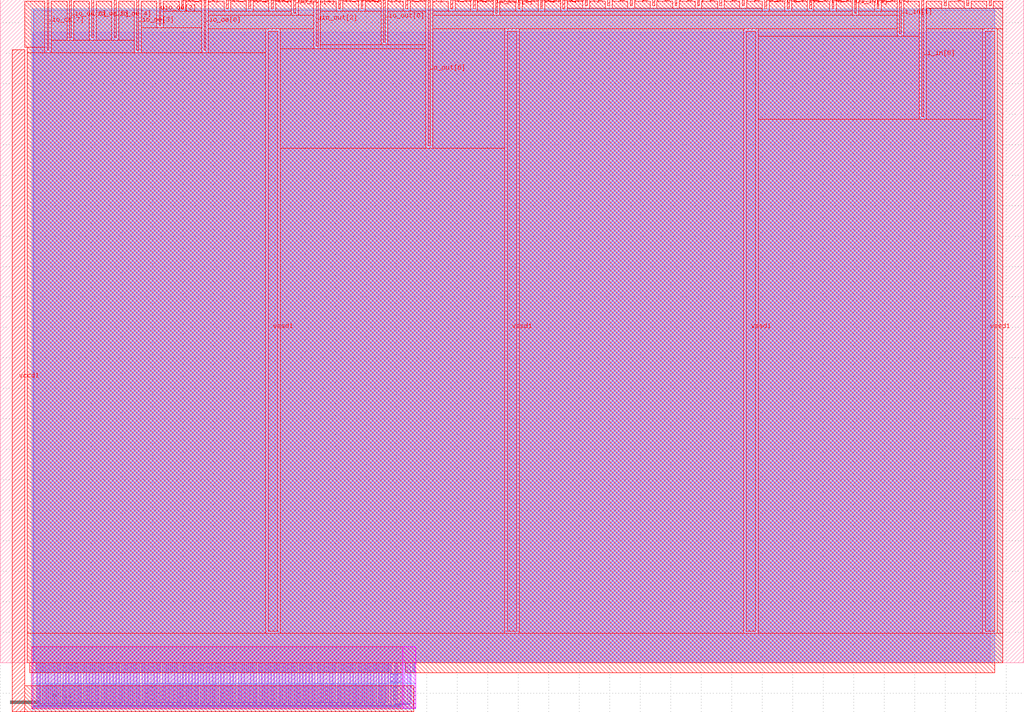
<source format=lef>
VERSION 5.7 ;
  NOWIREEXTENSIONATPIN ON ;
  DIVIDERCHAR "/" ;
  BUSBITCHARS "[]" ;
MACRO tt_um_ringosc_cnt_pfet
  CLASS BLOCK ;
  FOREIGN tt_um_ringosc_cnt_pfet ;
  ORIGIN 0.000 0.000 ;
  SIZE 167.900 BY 108.800 ;
  PIN clk
    DIRECTION INPUT ;
    USE SIGNAL ;
    PORT
      LAYER met4 ;
        RECT 158.550 107.800 158.850 108.800 ;
    END
  END clk
  PIN ena
    DIRECTION INPUT ;
    USE SIGNAL ;
    PORT
      LAYER met4 ;
        RECT 162.230 107.800 162.530 108.800 ;
    END
  END ena
  PIN rst_n
    DIRECTION INPUT ;
    USE SIGNAL ;
    PORT
      LAYER met4 ;
        RECT 154.870 107.800 155.170 108.800 ;
    END
  END rst_n
  PIN ui_in[0]
    DIRECTION INPUT ;
    USE SIGNAL ;
    PORT
      LAYER met4 ;
        RECT 151.190 89.580 151.490 108.800 ;
    END
  END ui_in[0]
  PIN ui_in[1]
    DIRECTION INPUT ;
    USE SIGNAL ;
    PORT
      LAYER met4 ;
        RECT 147.510 103.180 147.810 108.800 ;
    END
  END ui_in[1]
  PIN ui_in[2]
    DIRECTION INPUT ;
    USE SIGNAL ;
    PORT
      LAYER met4 ;
        RECT 143.830 107.260 144.130 108.800 ;
    END
  END ui_in[2]
  PIN ui_in[3]
    DIRECTION INPUT ;
    USE SIGNAL ;
    PORT
      LAYER met4 ;
        RECT 140.150 106.580 140.450 108.800 ;
    END
  END ui_in[3]
  PIN ui_in[4]
    DIRECTION INPUT ;
    USE SIGNAL ;
    PORT
      LAYER met4 ;
        RECT 136.470 107.260 136.770 108.800 ;
    END
  END ui_in[4]
  PIN ui_in[5]
    DIRECTION INPUT ;
    USE SIGNAL ;
    PORT
      LAYER met4 ;
        RECT 132.790 107.260 133.090 108.800 ;
    END
  END ui_in[5]
  PIN ui_in[6]
    DIRECTION INPUT ;
    USE SIGNAL ;
    PORT
      LAYER met4 ;
        RECT 129.110 107.260 129.410 108.800 ;
    END
  END ui_in[6]
  PIN ui_in[7]
    DIRECTION INPUT ;
    USE SIGNAL ;
    PORT
      LAYER met4 ;
        RECT 125.430 107.260 125.730 108.800 ;
    END
  END ui_in[7]
  PIN uio_in[0]
    DIRECTION INPUT ;
    USE SIGNAL ;
    PORT
      LAYER met4 ;
        RECT 121.750 107.800 122.050 108.800 ;
    END
  END uio_in[0]
  PIN uio_in[1]
    DIRECTION INPUT ;
    USE SIGNAL ;
    PORT
      LAYER met4 ;
        RECT 118.070 107.800 118.370 108.800 ;
    END
  END uio_in[1]
  PIN uio_in[2]
    DIRECTION INPUT ;
    USE SIGNAL ;
    PORT
      LAYER met4 ;
        RECT 114.390 107.800 114.690 108.800 ;
    END
  END uio_in[2]
  PIN uio_in[3]
    DIRECTION INPUT ;
    USE SIGNAL ;
    PORT
      LAYER met4 ;
        RECT 110.710 107.800 111.010 108.800 ;
    END
  END uio_in[3]
  PIN uio_in[4]
    DIRECTION INPUT ;
    USE SIGNAL ;
    PORT
      LAYER met4 ;
        RECT 107.030 107.800 107.330 108.800 ;
    END
  END uio_in[4]
  PIN uio_in[5]
    DIRECTION INPUT ;
    USE SIGNAL ;
    PORT
      LAYER met4 ;
        RECT 103.350 107.800 103.650 108.800 ;
    END
  END uio_in[5]
  PIN uio_in[6]
    DIRECTION INPUT ;
    USE SIGNAL ;
    PORT
      LAYER met4 ;
        RECT 99.670 107.800 99.970 108.800 ;
    END
  END uio_in[6]
  PIN uio_in[7]
    DIRECTION INPUT ;
    USE SIGNAL ;
    PORT
      LAYER met4 ;
        RECT 95.990 107.800 96.290 108.800 ;
    END
  END uio_in[7]
  PIN uio_oe[0]
    DIRECTION OUTPUT TRISTATE ;
    USE SIGNAL ;
    PORT
      LAYER met4 ;
        RECT 33.430 100.460 33.730 108.800 ;
    END
  END uio_oe[0]
  PIN uio_oe[1]
    DIRECTION OUTPUT TRISTATE ;
    USE SIGNAL ;
    PORT
      LAYER met4 ;
        RECT 29.750 107.260 30.050 108.800 ;
    END
  END uio_oe[1]
  PIN uio_oe[2]
    DIRECTION OUTPUT TRISTATE ;
    USE SIGNAL ;
    PORT
      LAYER met4 ;
        RECT 26.070 104.540 26.370 108.800 ;
    END
  END uio_oe[2]
  PIN uio_oe[3]
    DIRECTION OUTPUT TRISTATE ;
    USE SIGNAL ;
    PORT
      LAYER met4 ;
        RECT 22.390 100.460 22.690 108.800 ;
    END
  END uio_oe[3]
  PIN uio_oe[4]
    DIRECTION OUTPUT TRISTATE ;
    USE SIGNAL ;
    PORT
      LAYER met4 ;
        RECT 18.710 102.500 19.010 108.800 ;
    END
  END uio_oe[4]
  PIN uio_oe[5]
    DIRECTION OUTPUT TRISTATE ;
    USE SIGNAL ;
    PORT
      LAYER met4 ;
        RECT 15.030 102.500 15.330 108.800 ;
    END
  END uio_oe[5]
  PIN uio_oe[6]
    DIRECTION OUTPUT TRISTATE ;
    USE SIGNAL ;
    PORT
      LAYER met4 ;
        RECT 11.350 102.500 11.650 108.800 ;
    END
  END uio_oe[6]
  PIN uio_oe[7]
    DIRECTION OUTPUT TRISTATE ;
    USE SIGNAL ;
    PORT
      LAYER met4 ;
        RECT 7.670 100.460 7.970 108.800 ;
    END
  END uio_oe[7]
  PIN uio_out[0]
    DIRECTION OUTPUT TRISTATE ;
    USE SIGNAL ;
    PORT
      LAYER met4 ;
        RECT 62.870 101.820 63.170 108.800 ;
    END
  END uio_out[0]
  PIN uio_out[1]
    DIRECTION OUTPUT TRISTATE ;
    USE SIGNAL ;
    PORT
      LAYER met4 ;
        RECT 59.190 107.260 59.490 108.800 ;
    END
  END uio_out[1]
  PIN uio_out[2]
    DIRECTION OUTPUT TRISTATE ;
    USE SIGNAL ;
    PORT
      LAYER met4 ;
        RECT 55.510 107.260 55.810 108.800 ;
    END
  END uio_out[2]
  PIN uio_out[3]
    DIRECTION OUTPUT TRISTATE ;
    USE SIGNAL ;
    PORT
      LAYER met4 ;
        RECT 51.830 101.140 52.130 108.800 ;
    END
  END uio_out[3]
  PIN uio_out[4]
    DIRECTION OUTPUT TRISTATE ;
    USE SIGNAL ;
    PORT
      LAYER met4 ;
        RECT 48.150 106.580 48.450 108.800 ;
    END
  END uio_out[4]
  PIN uio_out[5]
    DIRECTION OUTPUT TRISTATE ;
    USE SIGNAL ;
    PORT
      LAYER met4 ;
        RECT 44.470 107.260 44.770 108.800 ;
    END
  END uio_out[5]
  PIN uio_out[6]
    DIRECTION OUTPUT TRISTATE ;
    USE SIGNAL ;
    PORT
      LAYER met4 ;
        RECT 40.790 107.260 41.090 108.800 ;
    END
  END uio_out[6]
  PIN uio_out[7]
    DIRECTION OUTPUT TRISTATE ;
    USE SIGNAL ;
    PORT
      LAYER met4 ;
        RECT 37.110 107.260 37.410 108.800 ;
    END
  END uio_out[7]
  PIN uo_out[0]
    DIRECTION OUTPUT TRISTATE ;
    USE SIGNAL ;
    PORT
      LAYER met4 ;
        RECT 92.310 107.260 92.610 108.800 ;
    END
  END uo_out[0]
  PIN uo_out[1]
    DIRECTION OUTPUT TRISTATE ;
    USE SIGNAL ;
    PORT
      LAYER met4 ;
        RECT 88.630 107.260 88.930 108.800 ;
    END
  END uo_out[1]
  PIN uo_out[2]
    DIRECTION OUTPUT TRISTATE ;
    USE SIGNAL ;
    PORT
      LAYER met4 ;
        RECT 84.950 107.260 85.250 108.800 ;
    END
  END uo_out[2]
  PIN uo_out[3]
    DIRECTION OUTPUT TRISTATE ;
    USE SIGNAL ;
    PORT
      LAYER met4 ;
        RECT 81.270 106.580 81.570 108.800 ;
    END
  END uo_out[3]
  PIN uo_out[4]
    DIRECTION OUTPUT TRISTATE ;
    USE SIGNAL ;
    PORT
      LAYER met4 ;
        RECT 77.590 107.260 77.890 108.800 ;
    END
  END uo_out[4]
  PIN uo_out[5]
    DIRECTION OUTPUT TRISTATE ;
    USE SIGNAL ;
    PORT
      LAYER met4 ;
        RECT 73.910 107.260 74.210 108.800 ;
    END
  END uo_out[5]
  PIN uo_out[6]
    DIRECTION OUTPUT TRISTATE ;
    USE SIGNAL ;
    PORT
      LAYER met4 ;
        RECT 70.230 84.820 70.530 108.800 ;
    END
  END uo_out[6]
  PIN uo_out[7]
    DIRECTION OUTPUT TRISTATE ;
    USE SIGNAL ;
    PORT
      LAYER met4 ;
        RECT 66.550 107.260 66.850 108.800 ;
    END
  END uo_out[7]
  PIN vssd1
    DIRECTION INOUT ;
    USE GROUND ;
    PORT
      LAYER met4 ;
        RECT 43.930 5.200 45.530 103.600 ;
    END
    PORT
      LAYER met4 ;
        RECT 83.140 5.200 84.740 103.600 ;
    END
    PORT
      LAYER met4 ;
        RECT 122.350 5.200 123.950 103.600 ;
    END
    PORT
      LAYER met4 ;
        RECT 161.560 5.200 163.160 103.600 ;
    END
  END vssd1
  PIN vccd1
    DIRECTION INOUT ;
    USE POWER ;
    PORT
      LAYER met4 ;
        RECT 2.000 -8.000 4.000 100.600 ;
    END
  END vccd1
  OBS
      LAYER nwell ;
        RECT 5.175 -7.535 66.005 2.645 ;
      LAYER pwell ;
        RECT 66.025 -7.500 68.125 2.600 ;
      LAYER li1 ;
        RECT 5.355 0.000 162.380 103.445 ;
        RECT 5.355 -7.180 5.525 0.000 ;
        RECT 5.925 -6.465 6.095 0.000 ;
        RECT 6.405 -6.465 6.575 0.000 ;
        RECT 6.885 -6.465 7.055 0.000 ;
        RECT 7.365 -6.465 7.535 0.000 ;
        RECT 7.845 -6.465 8.015 0.000 ;
        RECT 8.325 -6.465 8.495 0.000 ;
        RECT 8.805 -6.465 8.975 0.000 ;
        RECT 9.285 -6.465 9.455 0.000 ;
        RECT 9.765 -6.465 9.935 0.000 ;
        RECT 10.245 -6.465 10.415 0.000 ;
        RECT 10.725 -6.465 10.895 0.000 ;
        RECT 11.205 -6.465 11.375 0.000 ;
        RECT 11.685 -6.465 11.855 0.000 ;
        RECT 12.165 -6.465 12.335 0.000 ;
        RECT 12.645 -6.465 12.815 0.000 ;
        RECT 13.125 -6.465 13.295 0.000 ;
        RECT 13.605 -6.465 13.775 0.000 ;
        RECT 14.085 -6.465 14.255 0.000 ;
        RECT 14.565 -6.465 14.735 0.000 ;
        RECT 15.045 -6.465 15.215 0.000 ;
        RECT 15.525 -6.465 15.695 0.000 ;
        RECT 16.005 -6.465 16.175 0.000 ;
        RECT 16.485 -6.465 16.655 0.000 ;
        RECT 16.965 -6.465 17.135 0.000 ;
        RECT 17.445 -6.465 17.615 0.000 ;
        RECT 17.925 -6.465 18.095 0.000 ;
        RECT 18.405 -6.465 18.575 0.000 ;
        RECT 18.885 -6.465 19.055 0.000 ;
        RECT 19.365 -6.465 19.535 0.000 ;
        RECT 19.845 -6.465 20.015 0.000 ;
        RECT 20.325 -6.465 20.495 0.000 ;
        RECT 20.805 -6.465 20.975 0.000 ;
        RECT 21.285 -6.465 21.455 0.000 ;
        RECT 21.765 -6.465 21.935 0.000 ;
        RECT 22.245 -6.465 22.415 0.000 ;
        RECT 22.725 -6.465 22.895 0.000 ;
        RECT 23.205 -6.465 23.375 0.000 ;
        RECT 23.685 -6.465 23.855 0.000 ;
        RECT 24.165 -6.465 24.335 0.000 ;
        RECT 24.645 -6.465 24.815 0.000 ;
        RECT 25.125 -6.465 25.295 0.000 ;
        RECT 25.605 -6.465 25.775 0.000 ;
        RECT 26.085 -6.465 26.255 0.000 ;
        RECT 26.565 -6.465 26.735 0.000 ;
        RECT 27.045 -6.465 27.215 0.000 ;
        RECT 27.525 -6.465 27.695 0.000 ;
        RECT 28.005 -6.465 28.175 0.000 ;
        RECT 28.485 -6.465 28.655 0.000 ;
        RECT 28.965 -6.465 29.135 0.000 ;
        RECT 29.445 -6.465 29.615 0.000 ;
        RECT 29.925 -6.465 30.095 0.000 ;
        RECT 30.405 -6.465 30.575 0.000 ;
        RECT 30.885 -6.465 31.055 0.000 ;
        RECT 31.365 -6.465 31.535 0.000 ;
        RECT 31.845 -6.465 32.015 0.000 ;
        RECT 32.325 -6.465 32.495 0.000 ;
        RECT 32.805 -6.465 32.975 0.000 ;
        RECT 33.285 -6.465 33.455 0.000 ;
        RECT 33.765 -6.465 33.935 0.000 ;
        RECT 34.245 -6.465 34.415 0.000 ;
        RECT 34.715 -6.465 34.885 0.000 ;
        RECT 35.195 -6.465 35.365 0.000 ;
        RECT 35.675 -6.465 35.845 0.000 ;
        RECT 36.155 -6.465 36.325 0.000 ;
        RECT 36.635 -6.465 36.805 0.000 ;
        RECT 37.115 -6.465 37.285 0.000 ;
        RECT 37.595 -6.465 37.765 0.000 ;
        RECT 38.075 -6.465 38.245 0.000 ;
        RECT 38.555 -6.465 38.725 0.000 ;
        RECT 39.035 -6.465 39.205 0.000 ;
        RECT 39.515 -6.465 39.685 0.000 ;
        RECT 39.995 -6.465 40.165 0.000 ;
        RECT 40.475 -6.465 40.645 0.000 ;
        RECT 40.955 -6.465 41.125 0.000 ;
        RECT 41.435 -6.465 41.605 0.000 ;
        RECT 41.915 -6.465 42.085 0.000 ;
        RECT 42.395 -6.465 42.565 0.000 ;
        RECT 42.875 -6.465 43.045 0.000 ;
        RECT 43.355 -6.465 43.525 0.000 ;
        RECT 43.835 -6.465 44.005 0.000 ;
        RECT 44.315 -6.465 44.485 0.000 ;
        RECT 44.795 -6.465 44.965 0.000 ;
        RECT 45.275 -6.465 45.445 0.000 ;
        RECT 45.755 -6.465 45.925 0.000 ;
        RECT 46.235 -6.465 46.405 0.000 ;
        RECT 46.715 -6.465 46.885 0.000 ;
        RECT 47.195 -6.465 47.365 0.000 ;
        RECT 47.675 -6.465 47.845 0.000 ;
        RECT 48.155 -6.465 48.325 0.000 ;
        RECT 48.635 -6.465 48.805 0.000 ;
        RECT 49.115 -6.465 49.285 0.000 ;
        RECT 49.595 -6.465 49.765 0.000 ;
        RECT 50.075 -6.465 50.245 0.000 ;
        RECT 50.555 -6.465 50.725 0.000 ;
        RECT 51.035 -6.465 51.205 0.000 ;
        RECT 51.515 -6.465 51.685 0.000 ;
        RECT 51.995 -6.465 52.165 0.000 ;
        RECT 52.475 -6.465 52.645 0.000 ;
        RECT 52.955 -6.465 53.125 0.000 ;
        RECT 53.435 -6.465 53.605 0.000 ;
        RECT 53.915 -6.465 54.085 0.000 ;
        RECT 54.395 -6.465 54.565 0.000 ;
        RECT 54.875 -6.465 55.045 0.000 ;
        RECT 55.355 -6.465 55.525 0.000 ;
        RECT 55.835 -6.465 56.005 0.000 ;
        RECT 56.315 -6.465 56.485 0.000 ;
        RECT 56.795 -6.465 56.965 0.000 ;
        RECT 57.275 -6.465 57.445 0.000 ;
        RECT 57.755 -6.465 57.925 0.000 ;
        RECT 58.235 -6.465 58.405 0.000 ;
        RECT 58.715 -6.465 58.885 0.000 ;
        RECT 59.195 -6.465 59.365 0.000 ;
        RECT 59.675 -6.465 59.845 0.000 ;
        RECT 60.155 -6.465 60.325 0.000 ;
        RECT 60.635 -6.465 60.805 0.000 ;
        RECT 61.115 -6.465 61.285 0.000 ;
        RECT 61.595 -6.465 61.765 0.000 ;
        RECT 62.075 -6.465 62.245 0.000 ;
        RECT 62.555 -6.465 62.725 0.000 ;
        RECT 63.035 -6.465 63.205 0.000 ;
        RECT 63.515 -6.465 63.685 0.000 ;
        RECT 64.085 -6.465 64.815 0.000 ;
        RECT 65.085 -6.465 65.255 0.000 ;
        RECT 64.085 -6.470 64.780 -6.465 ;
        RECT 6.085 -6.855 6.415 -6.685 ;
        RECT 7.045 -6.855 7.375 -6.685 ;
        RECT 8.005 -6.855 8.335 -6.685 ;
        RECT 8.965 -6.855 9.295 -6.685 ;
        RECT 9.925 -6.855 10.255 -6.685 ;
        RECT 10.885 -6.855 11.215 -6.685 ;
        RECT 11.845 -6.855 12.175 -6.685 ;
        RECT 12.805 -6.855 13.135 -6.685 ;
        RECT 13.765 -6.855 14.095 -6.685 ;
        RECT 14.725 -6.855 15.055 -6.685 ;
        RECT 15.685 -6.855 16.015 -6.685 ;
        RECT 16.645 -6.855 16.975 -6.685 ;
        RECT 17.605 -6.855 17.935 -6.685 ;
        RECT 18.565 -6.855 18.895 -6.685 ;
        RECT 19.525 -6.855 19.855 -6.685 ;
        RECT 20.485 -6.855 20.815 -6.685 ;
        RECT 21.445 -6.855 21.775 -6.685 ;
        RECT 22.405 -6.855 22.735 -6.685 ;
        RECT 23.365 -6.855 23.695 -6.685 ;
        RECT 24.325 -6.855 24.655 -6.685 ;
        RECT 25.285 -6.855 25.615 -6.685 ;
        RECT 26.245 -6.855 26.575 -6.685 ;
        RECT 27.205 -6.855 27.535 -6.685 ;
        RECT 28.165 -6.855 28.495 -6.685 ;
        RECT 29.125 -6.855 29.455 -6.685 ;
        RECT 30.085 -6.855 30.415 -6.685 ;
        RECT 31.045 -6.855 31.375 -6.685 ;
        RECT 32.005 -6.855 32.335 -6.685 ;
        RECT 32.965 -6.855 33.295 -6.685 ;
        RECT 33.925 -6.855 34.255 -6.685 ;
        RECT 34.875 -6.855 35.205 -6.685 ;
        RECT 35.835 -6.855 36.165 -6.685 ;
        RECT 36.795 -6.855 37.125 -6.685 ;
        RECT 37.755 -6.855 38.085 -6.685 ;
        RECT 38.715 -6.855 39.045 -6.685 ;
        RECT 39.675 -6.855 40.005 -6.685 ;
        RECT 40.635 -6.855 40.965 -6.685 ;
        RECT 41.595 -6.855 41.925 -6.685 ;
        RECT 42.555 -6.855 42.885 -6.685 ;
        RECT 43.515 -6.855 43.845 -6.685 ;
        RECT 44.475 -6.855 44.805 -6.685 ;
        RECT 45.435 -6.855 45.765 -6.685 ;
        RECT 46.395 -6.855 46.725 -6.685 ;
        RECT 47.355 -6.855 47.685 -6.685 ;
        RECT 48.315 -6.855 48.645 -6.685 ;
        RECT 49.275 -6.855 49.605 -6.685 ;
        RECT 50.235 -6.855 50.565 -6.685 ;
        RECT 51.195 -6.855 51.525 -6.685 ;
        RECT 52.155 -6.855 52.485 -6.685 ;
        RECT 53.115 -6.855 53.445 -6.685 ;
        RECT 54.075 -6.855 54.405 -6.685 ;
        RECT 55.035 -6.855 55.365 -6.685 ;
        RECT 55.995 -6.855 56.325 -6.685 ;
        RECT 56.955 -6.855 57.285 -6.685 ;
        RECT 57.915 -6.855 58.245 -6.685 ;
        RECT 58.875 -6.855 59.205 -6.685 ;
        RECT 59.835 -6.855 60.165 -6.685 ;
        RECT 60.795 -6.855 61.125 -6.685 ;
        RECT 61.755 -6.855 62.085 -6.685 ;
        RECT 62.715 -6.855 63.045 -6.685 ;
        RECT 64.085 -7.180 64.255 -6.470 ;
        RECT 64.785 -6.895 65.165 -6.695 ;
        RECT 65.655 -7.180 65.825 0.000 ;
        RECT 5.355 -7.355 65.825 -7.180 ;
        RECT 66.205 -7.150 66.375 0.000 ;
        RECT 66.755 -6.470 66.925 0.000 ;
        RECT 67.225 -1.540 67.950 0.000 ;
        RECT 67.225 -6.460 67.945 -1.540 ;
        RECT 67.225 -6.470 67.395 -6.460 ;
        RECT 66.865 -6.810 67.295 -6.640 ;
        RECT 67.775 -7.150 67.945 -6.460 ;
        RECT 66.205 -7.320 67.945 -7.150 ;
        RECT 5.510 -7.360 65.670 -7.355 ;
      LAYER met1 ;
        RECT 5.450 0.000 163.160 107.060 ;
        RECT 5.810 -1.440 6.200 0.000 ;
        RECT 5.895 -6.445 6.125 -1.440 ;
        RECT 6.375 -3.440 6.605 0.000 ;
        RECT 6.770 -1.440 7.160 0.000 ;
        RECT 6.290 -6.440 6.680 -3.440 ;
        RECT 6.375 -6.445 6.605 -6.440 ;
        RECT 6.855 -6.445 7.085 -1.440 ;
        RECT 7.335 -3.440 7.565 0.000 ;
        RECT 7.730 -1.440 8.120 0.000 ;
        RECT 7.250 -6.440 7.640 -3.440 ;
        RECT 7.335 -6.445 7.565 -6.440 ;
        RECT 7.815 -6.445 8.045 -1.440 ;
        RECT 8.295 -3.440 8.525 0.000 ;
        RECT 8.690 -1.440 9.080 0.000 ;
        RECT 8.210 -6.440 8.600 -3.440 ;
        RECT 8.295 -6.445 8.525 -6.440 ;
        RECT 8.775 -6.445 9.005 -1.440 ;
        RECT 9.255 -3.440 9.485 0.000 ;
        RECT 9.650 -1.440 10.040 0.000 ;
        RECT 9.170 -6.440 9.560 -3.440 ;
        RECT 9.255 -6.445 9.485 -6.440 ;
        RECT 9.735 -6.445 9.965 -1.440 ;
        RECT 10.215 -3.440 10.445 0.000 ;
        RECT 10.610 -1.440 11.000 0.000 ;
        RECT 10.130 -6.440 10.520 -3.440 ;
        RECT 10.215 -6.445 10.445 -6.440 ;
        RECT 10.695 -6.445 10.925 -1.440 ;
        RECT 11.175 -3.440 11.405 0.000 ;
        RECT 11.570 -1.440 11.960 0.000 ;
        RECT 11.090 -6.440 11.480 -3.440 ;
        RECT 11.175 -6.445 11.405 -6.440 ;
        RECT 11.655 -6.445 11.885 -1.440 ;
        RECT 12.135 -3.440 12.365 0.000 ;
        RECT 12.530 -1.440 12.920 0.000 ;
        RECT 12.050 -6.440 12.440 -3.440 ;
        RECT 12.135 -6.445 12.365 -6.440 ;
        RECT 12.615 -6.445 12.845 -1.440 ;
        RECT 13.095 -3.440 13.325 0.000 ;
        RECT 13.490 -1.440 13.880 0.000 ;
        RECT 13.010 -6.440 13.400 -3.440 ;
        RECT 13.095 -6.445 13.325 -6.440 ;
        RECT 13.575 -6.445 13.805 -1.440 ;
        RECT 14.055 -3.440 14.285 0.000 ;
        RECT 14.450 -1.440 14.840 0.000 ;
        RECT 13.970 -6.440 14.360 -3.440 ;
        RECT 14.055 -6.445 14.285 -6.440 ;
        RECT 14.535 -6.445 14.765 -1.440 ;
        RECT 15.015 -3.440 15.245 0.000 ;
        RECT 15.410 -1.440 15.800 0.000 ;
        RECT 14.930 -6.440 15.320 -3.440 ;
        RECT 15.015 -6.445 15.245 -6.440 ;
        RECT 15.495 -6.445 15.725 -1.440 ;
        RECT 15.975 -3.440 16.205 0.000 ;
        RECT 16.370 -1.440 16.760 0.000 ;
        RECT 15.890 -6.440 16.280 -3.440 ;
        RECT 15.975 -6.445 16.205 -6.440 ;
        RECT 16.455 -6.445 16.685 -1.440 ;
        RECT 16.935 -3.440 17.165 0.000 ;
        RECT 17.330 -1.440 17.720 0.000 ;
        RECT 16.850 -6.440 17.240 -3.440 ;
        RECT 16.935 -6.445 17.165 -6.440 ;
        RECT 17.415 -6.445 17.645 -1.440 ;
        RECT 17.895 -3.440 18.125 0.000 ;
        RECT 18.290 -1.440 18.680 0.000 ;
        RECT 17.810 -6.440 18.200 -3.440 ;
        RECT 17.895 -6.445 18.125 -6.440 ;
        RECT 18.375 -6.445 18.605 -1.440 ;
        RECT 18.855 -3.440 19.085 0.000 ;
        RECT 19.250 -1.440 19.640 0.000 ;
        RECT 18.770 -6.440 19.160 -3.440 ;
        RECT 18.855 -6.445 19.085 -6.440 ;
        RECT 19.335 -6.445 19.565 -1.440 ;
        RECT 19.815 -3.440 20.045 0.000 ;
        RECT 20.210 -1.440 20.600 0.000 ;
        RECT 19.730 -6.440 20.120 -3.440 ;
        RECT 19.815 -6.445 20.045 -6.440 ;
        RECT 20.295 -6.445 20.525 -1.440 ;
        RECT 20.775 -3.440 21.005 0.000 ;
        RECT 21.170 -1.440 21.560 0.000 ;
        RECT 20.690 -6.440 21.080 -3.440 ;
        RECT 20.775 -6.445 21.005 -6.440 ;
        RECT 21.255 -6.445 21.485 -1.440 ;
        RECT 21.735 -3.440 21.965 0.000 ;
        RECT 22.130 -1.440 22.520 0.000 ;
        RECT 21.650 -6.440 22.040 -3.440 ;
        RECT 21.735 -6.445 21.965 -6.440 ;
        RECT 22.215 -6.445 22.445 -1.440 ;
        RECT 22.695 -3.440 22.925 0.000 ;
        RECT 23.090 -1.440 23.480 0.000 ;
        RECT 22.610 -6.440 23.000 -3.440 ;
        RECT 22.695 -6.445 22.925 -6.440 ;
        RECT 23.175 -6.445 23.405 -1.440 ;
        RECT 23.655 -3.440 23.885 0.000 ;
        RECT 24.050 -1.440 24.440 0.000 ;
        RECT 23.570 -6.440 23.960 -3.440 ;
        RECT 23.655 -6.445 23.885 -6.440 ;
        RECT 24.135 -6.445 24.365 -1.440 ;
        RECT 24.615 -3.440 24.845 0.000 ;
        RECT 25.010 -1.440 25.400 0.000 ;
        RECT 24.530 -6.440 24.920 -3.440 ;
        RECT 24.615 -6.445 24.845 -6.440 ;
        RECT 25.095 -6.445 25.325 -1.440 ;
        RECT 25.575 -3.440 25.805 0.000 ;
        RECT 25.970 -1.440 26.360 0.000 ;
        RECT 25.490 -6.440 25.880 -3.440 ;
        RECT 25.575 -6.445 25.805 -6.440 ;
        RECT 26.055 -6.445 26.285 -1.440 ;
        RECT 26.535 -3.440 26.765 0.000 ;
        RECT 26.930 -1.440 27.320 0.000 ;
        RECT 26.450 -6.440 26.840 -3.440 ;
        RECT 26.535 -6.445 26.765 -6.440 ;
        RECT 27.015 -6.445 27.245 -1.440 ;
        RECT 27.495 -3.440 27.725 0.000 ;
        RECT 27.890 -1.440 28.280 0.000 ;
        RECT 27.410 -6.440 27.800 -3.440 ;
        RECT 27.495 -6.445 27.725 -6.440 ;
        RECT 27.975 -6.445 28.205 -1.440 ;
        RECT 28.455 -3.440 28.685 0.000 ;
        RECT 28.850 -1.440 29.240 0.000 ;
        RECT 28.370 -6.440 28.760 -3.440 ;
        RECT 28.455 -6.445 28.685 -6.440 ;
        RECT 28.935 -6.445 29.165 -1.440 ;
        RECT 29.415 -3.440 29.645 0.000 ;
        RECT 29.810 -1.440 30.200 0.000 ;
        RECT 29.330 -6.440 29.720 -3.440 ;
        RECT 29.415 -6.445 29.645 -6.440 ;
        RECT 29.895 -6.445 30.125 -1.440 ;
        RECT 30.375 -3.440 30.605 0.000 ;
        RECT 30.770 -1.440 31.160 0.000 ;
        RECT 30.290 -6.440 30.680 -3.440 ;
        RECT 30.375 -6.445 30.605 -6.440 ;
        RECT 30.855 -6.445 31.085 -1.440 ;
        RECT 31.335 -3.440 31.565 0.000 ;
        RECT 31.730 -1.440 32.120 0.000 ;
        RECT 31.250 -6.440 31.640 -3.440 ;
        RECT 31.335 -6.445 31.565 -6.440 ;
        RECT 31.815 -6.445 32.045 -1.440 ;
        RECT 32.295 -3.440 32.525 0.000 ;
        RECT 32.690 -1.440 33.080 0.000 ;
        RECT 32.210 -6.440 32.600 -3.440 ;
        RECT 32.295 -6.445 32.525 -6.440 ;
        RECT 32.775 -6.445 33.005 -1.440 ;
        RECT 33.255 -3.440 33.485 0.000 ;
        RECT 33.650 -1.440 34.040 0.000 ;
        RECT 33.170 -6.440 33.560 -3.440 ;
        RECT 33.255 -6.445 33.485 -6.440 ;
        RECT 33.735 -6.445 33.965 -1.440 ;
        RECT 34.215 -3.440 34.445 0.000 ;
        RECT 34.610 -1.440 35.000 0.000 ;
        RECT 34.130 -6.440 34.520 -3.440 ;
        RECT 34.215 -6.445 34.445 -6.440 ;
        RECT 34.685 -6.445 34.915 -1.440 ;
        RECT 35.165 -3.440 35.395 0.000 ;
        RECT 35.570 -1.440 35.960 0.000 ;
        RECT 35.090 -6.440 35.480 -3.440 ;
        RECT 35.165 -6.445 35.395 -6.440 ;
        RECT 35.645 -6.445 35.875 -1.440 ;
        RECT 36.125 -3.440 36.355 0.000 ;
        RECT 36.530 -1.440 36.920 0.000 ;
        RECT 36.050 -6.440 36.440 -3.440 ;
        RECT 36.125 -6.445 36.355 -6.440 ;
        RECT 36.605 -6.445 36.835 -1.440 ;
        RECT 37.085 -3.440 37.315 0.000 ;
        RECT 37.490 -1.440 37.880 0.000 ;
        RECT 37.010 -6.440 37.400 -3.440 ;
        RECT 37.085 -6.445 37.315 -6.440 ;
        RECT 37.565 -6.445 37.795 -1.440 ;
        RECT 38.045 -3.440 38.275 0.000 ;
        RECT 38.450 -1.440 38.840 0.000 ;
        RECT 37.970 -6.440 38.360 -3.440 ;
        RECT 38.045 -6.445 38.275 -6.440 ;
        RECT 38.525 -6.445 38.755 -1.440 ;
        RECT 39.005 -3.440 39.235 0.000 ;
        RECT 39.410 -1.440 39.800 0.000 ;
        RECT 38.930 -6.440 39.320 -3.440 ;
        RECT 39.005 -6.445 39.235 -6.440 ;
        RECT 39.485 -6.445 39.715 -1.440 ;
        RECT 39.965 -3.440 40.195 0.000 ;
        RECT 40.370 -1.440 40.760 0.000 ;
        RECT 39.890 -6.440 40.280 -3.440 ;
        RECT 39.965 -6.445 40.195 -6.440 ;
        RECT 40.445 -6.445 40.675 -1.440 ;
        RECT 40.925 -3.440 41.155 0.000 ;
        RECT 41.330 -1.440 41.720 0.000 ;
        RECT 40.850 -6.440 41.240 -3.440 ;
        RECT 40.925 -6.445 41.155 -6.440 ;
        RECT 41.405 -6.445 41.635 -1.440 ;
        RECT 41.885 -3.440 42.115 0.000 ;
        RECT 42.290 -1.440 42.680 0.000 ;
        RECT 41.810 -6.440 42.200 -3.440 ;
        RECT 41.885 -6.445 42.115 -6.440 ;
        RECT 42.365 -6.445 42.595 -1.440 ;
        RECT 42.845 -3.440 43.075 0.000 ;
        RECT 43.250 -1.440 43.640 0.000 ;
        RECT 42.770 -6.440 43.160 -3.440 ;
        RECT 42.845 -6.445 43.075 -6.440 ;
        RECT 43.325 -6.445 43.555 -1.440 ;
        RECT 43.805 -3.440 44.035 0.000 ;
        RECT 44.210 -1.440 44.600 0.000 ;
        RECT 43.730 -6.440 44.120 -3.440 ;
        RECT 43.805 -6.445 44.035 -6.440 ;
        RECT 44.285 -6.445 44.515 -1.440 ;
        RECT 44.765 -3.440 44.995 0.000 ;
        RECT 45.170 -1.440 45.560 0.000 ;
        RECT 44.690 -6.440 45.080 -3.440 ;
        RECT 44.765 -6.445 44.995 -6.440 ;
        RECT 45.245 -6.445 45.475 -1.440 ;
        RECT 45.725 -3.440 45.955 0.000 ;
        RECT 46.130 -1.440 46.520 0.000 ;
        RECT 45.650 -6.440 46.040 -3.440 ;
        RECT 45.725 -6.445 45.955 -6.440 ;
        RECT 46.205 -6.445 46.435 -1.440 ;
        RECT 46.685 -3.440 46.915 0.000 ;
        RECT 47.090 -1.440 47.480 0.000 ;
        RECT 46.610 -6.440 47.000 -3.440 ;
        RECT 46.685 -6.445 46.915 -6.440 ;
        RECT 47.165 -6.445 47.395 -1.440 ;
        RECT 47.645 -3.440 47.875 0.000 ;
        RECT 48.050 -1.440 48.440 0.000 ;
        RECT 47.570 -6.440 47.960 -3.440 ;
        RECT 47.645 -6.445 47.875 -6.440 ;
        RECT 48.125 -6.445 48.355 -1.440 ;
        RECT 48.605 -3.440 48.835 0.000 ;
        RECT 49.010 -1.440 49.400 0.000 ;
        RECT 48.530 -6.440 48.920 -3.440 ;
        RECT 48.605 -6.445 48.835 -6.440 ;
        RECT 49.085 -6.445 49.315 -1.440 ;
        RECT 49.565 -3.440 49.795 0.000 ;
        RECT 49.970 -1.440 50.360 0.000 ;
        RECT 49.490 -6.440 49.880 -3.440 ;
        RECT 49.565 -6.445 49.795 -6.440 ;
        RECT 50.045 -6.445 50.275 -1.440 ;
        RECT 50.525 -3.440 50.755 0.000 ;
        RECT 50.930 -1.440 51.320 0.000 ;
        RECT 50.450 -6.440 50.840 -3.440 ;
        RECT 50.525 -6.445 50.755 -6.440 ;
        RECT 51.005 -6.445 51.235 -1.440 ;
        RECT 51.485 -3.440 51.715 0.000 ;
        RECT 51.890 -1.440 52.280 0.000 ;
        RECT 51.410 -6.440 51.800 -3.440 ;
        RECT 51.485 -6.445 51.715 -6.440 ;
        RECT 51.965 -6.445 52.195 -1.440 ;
        RECT 52.445 -3.440 52.675 0.000 ;
        RECT 52.850 -1.440 53.240 0.000 ;
        RECT 52.370 -6.440 52.760 -3.440 ;
        RECT 52.445 -6.445 52.675 -6.440 ;
        RECT 52.925 -6.445 53.155 -1.440 ;
        RECT 53.405 -3.440 53.635 0.000 ;
        RECT 53.810 -1.440 54.200 0.000 ;
        RECT 53.330 -6.440 53.720 -3.440 ;
        RECT 53.405 -6.445 53.635 -6.440 ;
        RECT 53.885 -6.445 54.115 -1.440 ;
        RECT 54.365 -3.440 54.595 0.000 ;
        RECT 54.770 -1.440 55.160 0.000 ;
        RECT 54.290 -6.440 54.680 -3.440 ;
        RECT 54.365 -6.445 54.595 -6.440 ;
        RECT 54.845 -6.445 55.075 -1.440 ;
        RECT 55.325 -3.450 55.555 0.000 ;
        RECT 55.730 -1.440 56.120 0.000 ;
        RECT 55.250 -6.450 55.640 -3.450 ;
        RECT 55.805 -6.445 56.035 -1.440 ;
        RECT 56.285 -3.450 56.515 0.000 ;
        RECT 56.690 -1.440 57.080 0.000 ;
        RECT 56.210 -6.450 56.600 -3.450 ;
        RECT 56.765 -6.445 56.995 -1.440 ;
        RECT 57.245 -3.450 57.475 0.000 ;
        RECT 57.650 -1.440 58.040 0.000 ;
        RECT 57.170 -6.450 57.560 -3.450 ;
        RECT 57.725 -6.445 57.955 -1.440 ;
        RECT 58.205 -3.450 58.435 0.000 ;
        RECT 58.610 -1.440 59.000 0.000 ;
        RECT 58.130 -6.450 58.520 -3.450 ;
        RECT 58.685 -6.445 58.915 -1.440 ;
        RECT 59.165 -3.450 59.395 0.000 ;
        RECT 59.570 -1.440 59.960 0.000 ;
        RECT 59.090 -6.450 59.480 -3.450 ;
        RECT 59.645 -6.445 59.875 -1.440 ;
        RECT 60.125 -3.450 60.355 0.000 ;
        RECT 60.530 -1.440 60.920 0.000 ;
        RECT 60.050 -6.450 60.440 -3.450 ;
        RECT 60.605 -6.445 60.835 -1.440 ;
        RECT 61.085 -3.450 61.315 0.000 ;
        RECT 61.490 -1.440 61.880 0.000 ;
        RECT 61.010 -6.450 61.400 -3.450 ;
        RECT 61.565 -6.445 61.795 -1.440 ;
        RECT 62.045 -3.450 62.275 0.000 ;
        RECT 62.450 -1.440 62.840 0.000 ;
        RECT 61.970 -6.450 62.360 -3.450 ;
        RECT 62.525 -6.445 62.755 -1.440 ;
        RECT 63.005 -3.450 63.235 0.000 ;
        RECT 63.410 -1.440 63.800 0.000 ;
        RECT 62.930 -6.450 63.320 -3.450 ;
        RECT 63.485 -6.445 63.715 -1.440 ;
        RECT 64.010 -1.860 64.250 0.000 ;
        RECT 63.960 -3.100 64.470 -1.860 ;
        RECT 64.010 -6.650 64.250 -3.100 ;
        RECT 64.615 -3.390 64.845 0.000 ;
        RECT 64.490 -6.450 64.900 -3.390 ;
        RECT 65.055 -6.445 66.955 0.000 ;
        RECT 65.180 -6.450 66.955 -6.445 ;
        RECT 67.195 -1.600 68.000 0.000 ;
        RECT 67.195 -6.450 67.425 -1.600 ;
        RECT 6.100 -6.890 64.250 -6.650 ;
        RECT 64.720 -6.760 67.285 -6.610 ;
        RECT 64.725 -6.840 67.285 -6.760 ;
        RECT 64.725 -6.880 67.220 -6.840 ;
        RECT 64.725 -6.915 65.185 -6.880 ;
        RECT 5.460 -7.070 64.540 -7.050 ;
        RECT 5.460 -7.150 65.720 -7.070 ;
        RECT 5.450 -7.390 65.730 -7.150 ;
      LAYER met2 ;
        RECT 5.510 0.000 163.130 107.285 ;
        RECT 5.860 -1.540 63.750 0.000 ;
        RECT 67.630 -1.590 67.950 0.000 ;
        RECT 64.010 -3.160 65.890 -1.810 ;
        RECT 6.330 -6.540 63.270 -3.350 ;
        RECT 64.540 -7.000 64.850 -3.340 ;
        RECT 5.510 -7.410 65.670 -7.000 ;
      LAYER met3 ;
        RECT 5.160 0.000 164.470 107.265 ;
        RECT 5.160 -1.540 66.030 0.000 ;
        RECT 66.440 -1.540 68.130 0.000 ;
        RECT 5.250 -1.640 66.000 -1.540 ;
        RECT 66.480 -1.610 68.020 -1.540 ;
        RECT 5.170 -3.375 6.330 -3.370 ;
        RECT 5.170 -3.400 63.320 -3.375 ;
        RECT 5.170 -7.540 68.140 -3.400 ;
        RECT 5.330 -8.000 67.870 -7.540 ;
      LAYER met4 ;
        RECT 4.000 101.000 7.270 108.510 ;
        RECT 4.400 100.060 7.270 101.000 ;
        RECT 8.370 102.100 10.950 108.510 ;
        RECT 12.050 102.100 14.630 108.510 ;
        RECT 15.730 102.100 18.310 108.510 ;
        RECT 19.410 102.100 21.990 108.510 ;
        RECT 8.370 100.060 21.990 102.100 ;
        RECT 23.090 104.140 25.670 108.510 ;
        RECT 26.770 106.860 29.350 108.510 ;
        RECT 30.450 106.860 33.030 108.510 ;
        RECT 26.770 104.140 33.030 106.860 ;
        RECT 23.090 100.060 33.030 104.140 ;
        RECT 34.130 106.860 36.710 108.510 ;
        RECT 37.810 106.860 40.390 108.510 ;
        RECT 41.490 106.860 44.070 108.510 ;
        RECT 45.170 106.860 47.750 108.510 ;
        RECT 34.130 106.180 47.750 106.860 ;
        RECT 48.850 106.180 51.430 108.510 ;
        RECT 34.130 104.000 51.430 106.180 ;
        RECT 34.130 100.060 43.530 104.000 ;
        RECT 4.400 4.800 43.530 100.060 ;
        RECT 45.930 100.740 51.430 104.000 ;
        RECT 52.530 106.860 55.110 108.510 ;
        RECT 56.210 106.860 58.790 108.510 ;
        RECT 59.890 106.860 62.470 108.510 ;
        RECT 52.530 101.420 62.470 106.860 ;
        RECT 63.570 106.860 66.150 108.510 ;
        RECT 67.250 106.860 69.830 108.510 ;
        RECT 63.570 101.420 69.830 106.860 ;
        RECT 52.530 100.740 69.830 101.420 ;
        RECT 45.930 84.420 69.830 100.740 ;
        RECT 70.930 106.860 73.510 108.510 ;
        RECT 74.610 106.860 77.190 108.510 ;
        RECT 78.290 106.860 80.870 108.510 ;
        RECT 70.930 106.180 80.870 106.860 ;
        RECT 81.970 106.860 84.550 108.510 ;
        RECT 85.650 106.860 88.230 108.510 ;
        RECT 89.330 106.860 91.910 108.510 ;
        RECT 93.010 107.400 95.590 108.510 ;
        RECT 96.690 107.400 99.270 108.510 ;
        RECT 100.370 107.400 102.950 108.510 ;
        RECT 104.050 107.400 106.630 108.510 ;
        RECT 107.730 107.400 110.310 108.510 ;
        RECT 111.410 107.400 113.990 108.510 ;
        RECT 115.090 107.400 117.670 108.510 ;
        RECT 118.770 107.400 121.350 108.510 ;
        RECT 122.450 107.400 125.030 108.510 ;
        RECT 93.010 106.860 125.030 107.400 ;
        RECT 126.130 106.860 128.710 108.510 ;
        RECT 129.810 106.860 132.390 108.510 ;
        RECT 133.490 106.860 136.070 108.510 ;
        RECT 137.170 106.860 139.750 108.510 ;
        RECT 81.970 106.180 139.750 106.860 ;
        RECT 140.850 106.860 143.430 108.510 ;
        RECT 144.530 106.860 147.110 108.510 ;
        RECT 140.850 106.180 147.110 106.860 ;
        RECT 70.930 104.000 147.110 106.180 ;
        RECT 70.930 84.420 82.740 104.000 ;
        RECT 45.930 4.800 82.740 84.420 ;
        RECT 85.140 4.800 121.950 104.000 ;
        RECT 124.350 102.780 147.110 104.000 ;
        RECT 148.210 102.780 150.790 108.510 ;
        RECT 124.350 89.180 150.790 102.780 ;
        RECT 151.890 107.400 154.470 108.510 ;
        RECT 155.570 107.400 158.150 108.510 ;
        RECT 159.250 107.400 161.830 108.510 ;
        RECT 162.930 107.400 164.470 108.510 ;
        RECT 151.890 104.000 164.470 107.400 ;
        RECT 151.890 89.180 161.160 104.000 ;
        RECT 124.350 4.800 161.160 89.180 ;
        RECT 163.560 4.800 164.470 104.000 ;
        RECT 4.400 0.000 164.470 4.800 ;
        RECT 4.800 -1.640 66.000 0.000 ;
        RECT 66.480 -1.610 163.140 0.000 ;
        RECT 4.000 -8.000 67.870 -3.760 ;
  END
END tt_um_ringosc_cnt_pfet
END LIBRARY


</source>
